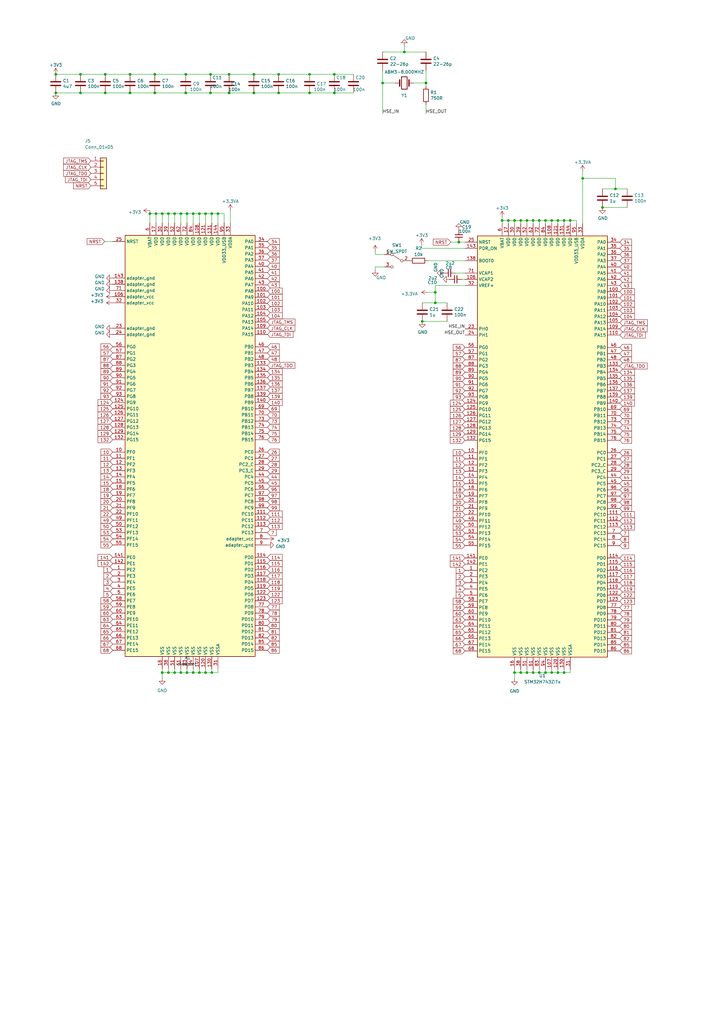
<source format=kicad_sch>
(kicad_sch (version 20210406) (generator eeschema)
  (paper "A3" portrait)
  (title_block (title "STM32H7 LQFP144") (date "2021-09-06") (rev "0.2") (company "Mnemonic Devices"))
  (junction (at 22.86 30.48) (diameter 0.9144))
  (junction (at 22.86 38.1) (diameter 0.9144))
  (junction (at 33.02 30.48) (diameter 0.9144))
  (junction (at 33.02 38.1) (diameter 0.9144))
  (junction (at 43.18 30.48) (diameter 0.9144))
  (junction (at 43.18 38.1) (diameter 0.9144))
  (junction (at 53.34 30.48) (diameter 0.9144))
  (junction (at 53.34 38.1) (diameter 0.9144))
  (junction (at 61.468 87.63) (diameter 0.9144))
  (junction (at 63.5 30.48) (diameter 0.9144))
  (junction (at 63.5 38.1) (diameter 0.9144))
  (junction (at 64.008 87.63) (diameter 0.9144))
  (junction (at 66.548 87.63) (diameter 0.9144))
  (junction (at 66.548 275.844) (diameter 0.9144))
  (junction (at 69.088 87.63) (diameter 0.9144))
  (junction (at 69.088 275.844) (diameter 0.9144))
  (junction (at 71.628 87.63) (diameter 0.9144))
  (junction (at 71.628 275.844) (diameter 0.9144))
  (junction (at 74.168 87.63) (diameter 0.9144))
  (junction (at 74.168 275.844) (diameter 0.9144))
  (junction (at 76.2 30.48) (diameter 0.9144))
  (junction (at 76.2 38.1) (diameter 0.9144))
  (junction (at 76.708 87.63) (diameter 0.9144))
  (junction (at 76.708 275.844) (diameter 0.9144))
  (junction (at 79.248 87.63) (diameter 0.9144))
  (junction (at 79.248 275.844) (diameter 0.9144))
  (junction (at 81.788 87.63) (diameter 0.9144))
  (junction (at 81.788 275.844) (diameter 0.9144))
  (junction (at 84.328 87.63) (diameter 0.9144))
  (junction (at 84.328 275.844) (diameter 0.9144))
  (junction (at 86.36 30.48) (diameter 0.9144))
  (junction (at 86.36 38.1) (diameter 0.9144))
  (junction (at 86.868 87.63) (diameter 0.9144))
  (junction (at 86.868 275.844) (diameter 0.9144))
  (junction (at 89.408 87.63) (diameter 0.9144))
  (junction (at 93.98 30.48) (diameter 0.9144))
  (junction (at 93.98 38.1) (diameter 0.9144))
  (junction (at 104.14 30.48) (diameter 0.9144))
  (junction (at 104.14 38.1) (diameter 0.9144))
  (junction (at 114.3 30.48) (diameter 0.9144))
  (junction (at 114.3 38.1) (diameter 0.9144))
  (junction (at 127 30.48) (diameter 0.9144))
  (junction (at 127 38.1) (diameter 0.9144))
  (junction (at 137.16 30.48) (diameter 0.9144))
  (junction (at 137.16 38.1) (diameter 0.9144))
  (junction (at 156.972 34.036) (diameter 0.9144))
  (junction (at 165.862 21.336) (diameter 0.9144))
  (junction (at 173.228 131.826) (diameter 0.9144))
  (junction (at 174.752 34.036) (diameter 0.9144))
  (junction (at 178.562 119.888) (diameter 0.9144))
  (junction (at 178.562 124.206) (diameter 0.9144))
  (junction (at 188.214 99.314) (diameter 0.9144))
  (junction (at 205.994 90.424) (diameter 0.9144))
  (junction (at 208.534 90.424) (diameter 0.9144))
  (junction (at 211.074 90.424) (diameter 0.9144))
  (junction (at 211.074 275.844) (diameter 0.9144))
  (junction (at 213.614 90.424) (diameter 0.9144))
  (junction (at 213.614 275.844) (diameter 0.9144))
  (junction (at 216.154 90.424) (diameter 0.9144))
  (junction (at 216.154 275.844) (diameter 0.9144))
  (junction (at 218.694 90.424) (diameter 0.9144))
  (junction (at 218.694 275.844) (diameter 0.9144))
  (junction (at 221.234 90.424) (diameter 0.9144))
  (junction (at 221.234 275.844) (diameter 0.9144))
  (junction (at 223.774 90.424) (diameter 0.9144))
  (junction (at 223.774 275.844) (diameter 0.9144))
  (junction (at 226.314 90.424) (diameter 0.9144))
  (junction (at 226.314 275.844) (diameter 0.9144))
  (junction (at 228.854 90.424) (diameter 0.9144))
  (junction (at 228.854 275.844) (diameter 0.9144))
  (junction (at 231.394 90.424) (diameter 0.9144))
  (junction (at 231.394 275.844) (diameter 0.9144))
  (junction (at 233.934 90.424) (diameter 0.9144))
  (junction (at 239.014 73.152) (diameter 0.9144))
  (junction (at 247.142 85.09) (diameter 0.9144))
  (junction (at 252.476 77.47) (diameter 0.9144))
  (wire (pts (xy 22.86 30.48) (xy 33.02 30.48)))
  (wire (pts (xy 22.86 38.1) (xy 33.02 38.1)))
  (wire (pts (xy 33.02 30.48) (xy 43.18 30.48)))
  (wire (pts (xy 33.02 38.1) (xy 43.18 38.1)))
  (wire (pts (xy 42.926 99.06) (xy 46.228 99.06)))
  (wire (pts (xy 43.18 30.48) (xy 53.34 30.48)))
  (wire (pts (xy 43.18 38.1) (xy 53.34 38.1)))
  (wire (pts (xy 53.34 30.48) (xy 63.5 30.48)))
  (wire (pts (xy 53.34 38.1) (xy 63.5 38.1)))
  (wire (pts (xy 61.468 86.36) (xy 61.468 87.63)))
  (wire (pts (xy 61.468 87.63) (xy 61.468 91.44)))
  (wire (pts (xy 61.468 87.63) (xy 64.008 87.63)))
  (wire (pts (xy 63.5 30.48) (xy 76.2 30.48)))
  (wire (pts (xy 63.5 38.1) (xy 76.2 38.1)))
  (wire (pts (xy 64.008 87.63) (xy 66.548 87.63)))
  (wire (pts (xy 64.008 91.44) (xy 64.008 87.63)))
  (wire (pts (xy 66.548 87.63) (xy 66.548 91.44)))
  (wire (pts (xy 66.548 87.63) (xy 69.088 87.63)))
  (wire (pts (xy 66.548 274.32) (xy 66.548 275.844)))
  (wire (pts (xy 66.548 275.844) (xy 66.548 278.13)))
  (wire (pts (xy 66.548 275.844) (xy 69.088 275.844)))
  (wire (pts (xy 69.088 87.63) (xy 69.088 91.44)))
  (wire (pts (xy 69.088 87.63) (xy 71.628 87.63)))
  (wire (pts (xy 69.088 274.32) (xy 69.088 275.844)))
  (wire (pts (xy 69.088 275.844) (xy 71.628 275.844)))
  (wire (pts (xy 71.628 87.63) (xy 74.168 87.63)))
  (wire (pts (xy 71.628 91.44) (xy 71.628 87.63)))
  (wire (pts (xy 71.628 274.32) (xy 71.628 275.844)))
  (wire (pts (xy 71.628 275.844) (xy 74.168 275.844)))
  (wire (pts (xy 74.168 87.63) (xy 74.168 91.44)))
  (wire (pts (xy 74.168 87.63) (xy 76.708 87.63)))
  (wire (pts (xy 74.168 274.32) (xy 74.168 275.844)))
  (wire (pts (xy 74.168 275.844) (xy 76.708 275.844)))
  (wire (pts (xy 76.2 30.48) (xy 86.36 30.48)))
  (wire (pts (xy 76.2 38.1) (xy 86.36 38.1)))
  (wire (pts (xy 76.708 87.63) (xy 76.708 91.44)))
  (wire (pts (xy 76.708 87.63) (xy 79.248 87.63)))
  (wire (pts (xy 76.708 274.32) (xy 76.708 275.844)))
  (wire (pts (xy 76.708 275.844) (xy 79.248 275.844)))
  (wire (pts (xy 79.248 87.63) (xy 79.248 91.44)))
  (wire (pts (xy 79.248 87.63) (xy 81.788 87.63)))
  (wire (pts (xy 79.248 274.32) (xy 79.248 275.844)))
  (wire (pts (xy 79.248 275.844) (xy 81.788 275.844)))
  (wire (pts (xy 81.788 87.63) (xy 81.788 91.44)))
  (wire (pts (xy 81.788 87.63) (xy 84.328 87.63)))
  (wire (pts (xy 81.788 274.32) (xy 81.788 275.844)))
  (wire (pts (xy 81.788 275.844) (xy 84.328 275.844)))
  (wire (pts (xy 84.328 87.63) (xy 84.328 91.44)))
  (wire (pts (xy 84.328 87.63) (xy 86.868 87.63)))
  (wire (pts (xy 84.328 274.32) (xy 84.328 275.844)))
  (wire (pts (xy 84.328 275.844) (xy 86.868 275.844)))
  (wire (pts (xy 86.36 30.48) (xy 93.98 30.48)))
  (wire (pts (xy 86.36 38.1) (xy 93.98 38.1)))
  (wire (pts (xy 86.868 87.63) (xy 86.868 91.44)))
  (wire (pts (xy 86.868 87.63) (xy 89.408 87.63)))
  (wire (pts (xy 86.868 274.32) (xy 86.868 275.844)))
  (wire (pts (xy 86.868 275.844) (xy 89.408 275.844)))
  (wire (pts (xy 89.408 87.63) (xy 89.408 91.44)))
  (wire (pts (xy 89.408 87.63) (xy 91.948 87.63)))
  (wire (pts (xy 89.408 274.32) (xy 89.408 275.844)))
  (wire (pts (xy 91.948 91.44) (xy 91.948 87.63)))
  (wire (pts (xy 93.98 30.48) (xy 104.14 30.48)))
  (wire (pts (xy 93.98 38.1) (xy 104.14 38.1)))
  (wire (pts (xy 94.488 86.36) (xy 94.488 91.44)))
  (wire (pts (xy 104.14 30.48) (xy 114.3 30.48)))
  (wire (pts (xy 104.14 38.1) (xy 114.3 38.1)))
  (wire (pts (xy 114.3 30.48) (xy 127 30.48)))
  (wire (pts (xy 114.3 38.1) (xy 127 38.1)))
  (wire (pts (xy 127 30.48) (xy 137.16 30.48)))
  (wire (pts (xy 127 38.1) (xy 137.16 38.1)))
  (wire (pts (xy 137.16 30.48) (xy 145.034 30.48)))
  (wire (pts (xy 137.16 38.1) (xy 145.034 38.1)))
  (wire (pts (xy 153.924 104.394) (xy 153.924 103.124)))
  (wire (pts (xy 153.924 109.474) (xy 153.924 110.744)))
  (wire (pts (xy 156.972 21.336) (xy 165.862 21.336)))
  (wire (pts (xy 156.972 28.956) (xy 156.972 34.036)))
  (wire (pts (xy 156.972 34.036) (xy 162.052 34.036)))
  (wire (pts (xy 156.972 46.736) (xy 156.972 34.036)))
  (wire (pts (xy 157.734 104.394) (xy 153.924 104.394)))
  (wire (pts (xy 157.734 109.474) (xy 153.924 109.474)))
  (wire (pts (xy 165.862 18.796) (xy 165.862 21.336)))
  (wire (pts (xy 165.862 21.336) (xy 174.752 21.336)))
  (wire (pts (xy 169.672 34.036) (xy 174.752 34.036)))
  (wire (pts (xy 172.974 100.33) (xy 172.974 101.854)))
  (wire (pts (xy 172.974 101.854) (xy 190.754 101.854)))
  (wire (pts (xy 173.228 124.206) (xy 178.562 124.206)))
  (wire (pts (xy 173.228 131.826) (xy 183.388 131.826)))
  (wire (pts (xy 174.752 34.036) (xy 174.752 28.956)))
  (wire (pts (xy 174.752 34.036) (xy 174.752 35.306)))
  (wire (pts (xy 174.752 42.926) (xy 174.752 46.736)))
  (wire (pts (xy 175.514 106.934) (xy 190.754 106.934)))
  (wire (pts (xy 175.514 119.888) (xy 178.562 119.888)))
  (wire (pts (xy 178.562 117.094) (xy 178.562 119.888)))
  (wire (pts (xy 178.562 117.094) (xy 190.754 117.094)))
  (wire (pts (xy 178.562 119.888) (xy 178.562 124.206)))
  (wire (pts (xy 178.562 124.206) (xy 183.388 124.206)))
  (wire (pts (xy 184.912 99.314) (xy 188.214 99.314)))
  (wire (pts (xy 186.944 112.014) (xy 190.754 112.014)))
  (wire (pts (xy 188.214 99.314) (xy 190.754 99.314)))
  (wire (pts (xy 189.484 114.554) (xy 190.754 114.554)))
  (wire (pts (xy 205.994 89.154) (xy 205.994 90.424)))
  (wire (pts (xy 205.994 90.424) (xy 205.994 91.694)))
  (wire (pts (xy 205.994 90.424) (xy 208.534 90.424)))
  (wire (pts (xy 208.534 90.424) (xy 208.534 91.694)))
  (wire (pts (xy 208.534 90.424) (xy 211.074 90.424)))
  (wire (pts (xy 211.074 90.424) (xy 211.074 91.694)))
  (wire (pts (xy 211.074 90.424) (xy 213.614 90.424)))
  (wire (pts (xy 211.074 274.574) (xy 211.074 275.844)))
  (wire (pts (xy 211.074 275.844) (xy 211.074 278.384)))
  (wire (pts (xy 211.074 275.844) (xy 213.614 275.844)))
  (wire (pts (xy 213.614 90.424) (xy 213.614 91.694)))
  (wire (pts (xy 213.614 90.424) (xy 216.154 90.424)))
  (wire (pts (xy 213.614 275.844) (xy 213.614 274.574)))
  (wire (pts (xy 213.614 275.844) (xy 216.154 275.844)))
  (wire (pts (xy 216.154 90.424) (xy 216.154 91.694)))
  (wire (pts (xy 216.154 90.424) (xy 218.694 90.424)))
  (wire (pts (xy 216.154 275.844) (xy 216.154 274.574)))
  (wire (pts (xy 216.154 275.844) (xy 218.694 275.844)))
  (wire (pts (xy 218.694 90.424) (xy 218.694 91.694)))
  (wire (pts (xy 218.694 90.424) (xy 221.234 90.424)))
  (wire (pts (xy 218.694 275.844) (xy 218.694 274.574)))
  (wire (pts (xy 218.694 275.844) (xy 221.234 275.844)))
  (wire (pts (xy 221.234 90.424) (xy 221.234 91.694)))
  (wire (pts (xy 221.234 275.844) (xy 221.234 274.574)))
  (wire (pts (xy 221.234 275.844) (xy 223.774 275.844)))
  (wire (pts (xy 223.774 90.424) (xy 221.234 90.424)))
  (wire (pts (xy 223.774 90.424) (xy 226.314 90.424)))
  (wire (pts (xy 223.774 91.694) (xy 223.774 90.424)))
  (wire (pts (xy 223.774 275.844) (xy 223.774 274.574)))
  (wire (pts (xy 223.774 275.844) (xy 226.314 275.844)))
  (wire (pts (xy 226.314 90.424) (xy 226.314 91.694)))
  (wire (pts (xy 226.314 90.424) (xy 228.854 90.424)))
  (wire (pts (xy 226.314 275.844) (xy 226.314 274.574)))
  (wire (pts (xy 226.314 275.844) (xy 228.854 275.844)))
  (wire (pts (xy 228.854 90.424) (xy 228.854 91.694)))
  (wire (pts (xy 228.854 90.424) (xy 231.394 90.424)))
  (wire (pts (xy 228.854 275.844) (xy 228.854 274.574)))
  (wire (pts (xy 228.854 275.844) (xy 231.394 275.844)))
  (wire (pts (xy 231.394 90.424) (xy 231.394 91.694)))
  (wire (pts (xy 231.394 90.424) (xy 233.934 90.424)))
  (wire (pts (xy 231.394 275.844) (xy 231.394 274.574)))
  (wire (pts (xy 231.394 275.844) (xy 233.934 275.844)))
  (wire (pts (xy 233.934 90.424) (xy 233.934 91.694)))
  (wire (pts (xy 233.934 90.424) (xy 236.474 90.424)))
  (wire (pts (xy 233.934 275.844) (xy 233.934 274.574)))
  (wire (pts (xy 236.474 90.424) (xy 236.474 91.694)))
  (wire (pts (xy 239.014 70.358) (xy 239.014 73.152)))
  (wire (pts (xy 239.014 73.152) (xy 239.014 91.694)))
  (wire (pts (xy 239.014 73.152) (xy 252.476 73.152)))
  (wire (pts (xy 247.142 77.47) (xy 252.476 77.47)))
  (wire (pts (xy 247.142 85.09) (xy 257.302 85.09)))
  (wire (pts (xy 252.476 73.152) (xy 252.476 77.47)))
  (wire (pts (xy 252.476 77.47) (xy 257.302 77.47)))
  (label "HSE_IN" (at 156.972 46.736 0))
  (label "HSE_OUT" (at 174.752 46.736 0))
  (label "HSE_IN" (at 190.754 134.874 180))
  (label "HSE_OUT" (at 190.754 137.414 180))
  (global_label "JTAG_TMS" (shape input) (at 37.338 66.04 180) (property "Intersheet References" "${INTERSHEET_REFS}" (effects hide)))
  (global_label "JTAG_CLK" (shape input) (at 37.338 68.58 180) (property "Intersheet References" "${INTERSHEET_REFS}" (effects hide)))
  (global_label "JTAG_TDO" (shape input) (at 37.338 71.12 180) (property "Intersheet References" "${INTERSHEET_REFS}" (effects hide)))
  (global_label "JTAG_TDI" (shape input) (at 37.338 73.66 180) (property "Intersheet References" "${INTERSHEET_REFS}" (effects hide)))
  (global_label "NRST" (shape input) (at 37.338 76.2 180) (property "Intersheet References" "${INTERSHEET_REFS}" (effects hide)))
  (global_label "NRST" (shape input) (at 42.926 99.06 180) (property "Intersheet References" "${INTERSHEET_REFS}" (effects hide)))
  (global_label "56" (shape input) (at 46.228 142.24 180) (property "Intersheet References" "${INTERSHEET_REFS}" (effects hide)))
  (global_label "57" (shape input) (at 46.228 144.78 180) (property "Intersheet References" "${INTERSHEET_REFS}" (effects hide)))
  (global_label "87" (shape input) (at 46.228 147.32 180) (property "Intersheet References" "${INTERSHEET_REFS}" (effects hide)))
  (global_label "88" (shape input) (at 46.228 149.86 180) (property "Intersheet References" "${INTERSHEET_REFS}" (effects hide)))
  (global_label "89" (shape input) (at 46.228 152.4 180) (property "Intersheet References" "${INTERSHEET_REFS}" (effects hide)))
  (global_label "90" (shape input) (at 46.228 154.94 180) (property "Intersheet References" "${INTERSHEET_REFS}" (effects hide)))
  (global_label "91" (shape input) (at 46.228 157.48 180) (property "Intersheet References" "${INTERSHEET_REFS}" (effects hide)))
  (global_label "92" (shape input) (at 46.228 160.02 180) (property "Intersheet References" "${INTERSHEET_REFS}" (effects hide)))
  (global_label "93" (shape input) (at 46.228 162.56 180) (property "Intersheet References" "${INTERSHEET_REFS}" (effects hide)))
  (global_label "124" (shape input) (at 46.228 165.1 180) (property "Intersheet References" "${INTERSHEET_REFS}" (effects hide)))
  (global_label "125" (shape input) (at 46.228 167.64 180) (property "Intersheet References" "${INTERSHEET_REFS}" (effects hide)))
  (global_label "126" (shape input) (at 46.228 170.18 180) (property "Intersheet References" "${INTERSHEET_REFS}" (effects hide)))
  (global_label "127" (shape input) (at 46.228 172.72 180) (property "Intersheet References" "${INTERSHEET_REFS}" (effects hide)))
  (global_label "128" (shape input) (at 46.228 175.26 180) (property "Intersheet References" "${INTERSHEET_REFS}" (effects hide)))
  (global_label "129" (shape input) (at 46.228 177.8 180) (property "Intersheet References" "${INTERSHEET_REFS}" (effects hide)))
  (global_label "132" (shape input) (at 46.228 180.34 180) (property "Intersheet References" "${INTERSHEET_REFS}" (effects hide)))
  (global_label "10" (shape input) (at 46.228 185.42 180) (property "Intersheet References" "${INTERSHEET_REFS}" (effects hide)))
  (global_label "11" (shape input) (at 46.228 187.96 180) (property "Intersheet References" "${INTERSHEET_REFS}" (effects hide)))
  (global_label "12" (shape input) (at 46.228 190.5 180) (property "Intersheet References" "${INTERSHEET_REFS}" (effects hide)))
  (global_label "13" (shape input) (at 46.228 193.04 180) (property "Intersheet References" "${INTERSHEET_REFS}" (effects hide)))
  (global_label "14" (shape input) (at 46.228 195.58 180) (property "Intersheet References" "${INTERSHEET_REFS}" (effects hide)))
  (global_label "15" (shape input) (at 46.228 198.12 180) (property "Intersheet References" "${INTERSHEET_REFS}" (effects hide)))
  (global_label "18" (shape input) (at 46.228 200.66 180) (property "Intersheet References" "${INTERSHEET_REFS}" (effects hide)))
  (global_label "19" (shape input) (at 46.228 203.2 180) (property "Intersheet References" "${INTERSHEET_REFS}" (effects hide)))
  (global_label "20" (shape input) (at 46.228 205.74 180) (property "Intersheet References" "${INTERSHEET_REFS}" (effects hide)))
  (global_label "21" (shape input) (at 46.228 208.28 180) (property "Intersheet References" "${INTERSHEET_REFS}" (effects hide)))
  (global_label "22" (shape input) (at 46.228 210.82 180) (property "Intersheet References" "${INTERSHEET_REFS}" (effects hide)))
  (global_label "49" (shape input) (at 46.228 213.36 180) (property "Intersheet References" "${INTERSHEET_REFS}" (effects hide)))
  (global_label "50" (shape input) (at 46.228 215.9 180) (property "Intersheet References" "${INTERSHEET_REFS}" (effects hide)))
  (global_label "53" (shape input) (at 46.228 218.44 180) (property "Intersheet References" "${INTERSHEET_REFS}" (effects hide)))
  (global_label "54" (shape input) (at 46.228 220.98 180) (property "Intersheet References" "${INTERSHEET_REFS}" (effects hide)))
  (global_label "55" (shape input) (at 46.228 223.52 180) (property "Intersheet References" "${INTERSHEET_REFS}" (effects hide)))
  (global_label "141" (shape input) (at 46.228 228.6 180) (property "Intersheet References" "${INTERSHEET_REFS}" (effects hide)))
  (global_label "142" (shape input) (at 46.228 231.14 180) (property "Intersheet References" "${INTERSHEET_REFS}" (effects hide)))
  (global_label "1" (shape input) (at 46.228 233.68 180) (property "Intersheet References" "${INTERSHEET_REFS}" (effects hide)))
  (global_label "2" (shape input) (at 46.228 236.22 180) (property "Intersheet References" "${INTERSHEET_REFS}" (effects hide)))
  (global_label "3" (shape input) (at 46.228 238.76 180) (property "Intersheet References" "${INTERSHEET_REFS}" (effects hide)))
  (global_label "4" (shape input) (at 46.228 241.3 180) (property "Intersheet References" "${INTERSHEET_REFS}" (effects hide)))
  (global_label "5" (shape input) (at 46.228 243.84 180) (property "Intersheet References" "${INTERSHEET_REFS}" (effects hide)))
  (global_label "58" (shape input) (at 46.228 246.38 180) (property "Intersheet References" "${INTERSHEET_REFS}" (effects hide)))
  (global_label "59" (shape input) (at 46.228 248.92 180) (property "Intersheet References" "${INTERSHEET_REFS}" (effects hide)))
  (global_label "60" (shape input) (at 46.228 251.46 180) (property "Intersheet References" "${INTERSHEET_REFS}" (effects hide)))
  (global_label "63" (shape input) (at 46.228 254 180) (property "Intersheet References" "${INTERSHEET_REFS}" (effects hide)))
  (global_label "64" (shape input) (at 46.228 256.54 180) (property "Intersheet References" "${INTERSHEET_REFS}" (effects hide)))
  (global_label "65" (shape input) (at 46.228 259.08 180) (property "Intersheet References" "${INTERSHEET_REFS}" (effects hide)))
  (global_label "66" (shape input) (at 46.228 261.62 180) (property "Intersheet References" "${INTERSHEET_REFS}" (effects hide)))
  (global_label "67" (shape input) (at 46.228 264.16 180) (property "Intersheet References" "${INTERSHEET_REFS}" (effects hide)))
  (global_label "68" (shape input) (at 46.228 266.7 180) (property "Intersheet References" "${INTERSHEET_REFS}" (effects hide)))
  (global_label "34" (shape input) (at 109.728 99.06 0) (property "Intersheet References" "${INTERSHEET_REFS}" (effects hide)))
  (global_label "35" (shape input) (at 109.728 101.6 0) (property "Intersheet References" "${INTERSHEET_REFS}" (effects hide)))
  (global_label "36" (shape input) (at 109.728 104.14 0) (property "Intersheet References" "${INTERSHEET_REFS}" (effects hide)))
  (global_label "37" (shape input) (at 109.728 106.68 0) (property "Intersheet References" "${INTERSHEET_REFS}" (effects hide)))
  (global_label "40" (shape input) (at 109.728 109.22 0) (property "Intersheet References" "${INTERSHEET_REFS}" (effects hide)))
  (global_label "41" (shape input) (at 109.728 111.76 0) (property "Intersheet References" "${INTERSHEET_REFS}" (effects hide)))
  (global_label "42" (shape input) (at 109.728 114.3 0) (property "Intersheet References" "${INTERSHEET_REFS}" (effects hide)))
  (global_label "43" (shape input) (at 109.728 116.84 0) (property "Intersheet References" "${INTERSHEET_REFS}" (effects hide)))
  (global_label "100" (shape input) (at 109.728 119.38 0) (property "Intersheet References" "${INTERSHEET_REFS}" (effects hide)))
  (global_label "101" (shape input) (at 109.728 121.92 0) (property "Intersheet References" "${INTERSHEET_REFS}" (effects hide)))
  (global_label "102" (shape input) (at 109.728 124.46 0) (property "Intersheet References" "${INTERSHEET_REFS}" (effects hide)))
  (global_label "103" (shape input) (at 109.728 127 0) (property "Intersheet References" "${INTERSHEET_REFS}" (effects hide)))
  (global_label "104" (shape input) (at 109.728 129.54 0) (property "Intersheet References" "${INTERSHEET_REFS}" (effects hide)))
  (global_label "JTAG_TMS" (shape input) (at 109.728 132.08 0) (property "Intersheet References" "${INTERSHEET_REFS}" (effects hide)))
  (global_label "JTAG_CLK" (shape input) (at 109.728 134.62 0) (property "Intersheet References" "${INTERSHEET_REFS}" (effects hide)))
  (global_label "JTAG_TDI" (shape input) (at 109.728 137.16 0) (property "Intersheet References" "${INTERSHEET_REFS}" (effects hide)))
  (global_label "46" (shape input) (at 109.728 142.24 0) (property "Intersheet References" "${INTERSHEET_REFS}" (effects hide)))
  (global_label "47" (shape input) (at 109.728 144.78 0) (property "Intersheet References" "${INTERSHEET_REFS}" (effects hide)))
  (global_label "48" (shape input) (at 109.728 147.32 0) (property "Intersheet References" "${INTERSHEET_REFS}" (effects hide)))
  (global_label "JTAG_TDO" (shape input) (at 109.728 149.86 0) (property "Intersheet References" "${INTERSHEET_REFS}" (effects hide)))
  (global_label "134" (shape input) (at 109.728 152.4 0) (property "Intersheet References" "${INTERSHEET_REFS}" (effects hide)))
  (global_label "135" (shape input) (at 109.728 154.94 0) (property "Intersheet References" "${INTERSHEET_REFS}" (effects hide)))
  (global_label "136" (shape input) (at 109.728 157.48 0) (property "Intersheet References" "${INTERSHEET_REFS}" (effects hide)))
  (global_label "137" (shape input) (at 109.728 160.02 0) (property "Intersheet References" "${INTERSHEET_REFS}" (effects hide)))
  (global_label "139" (shape input) (at 109.728 162.56 0) (property "Intersheet References" "${INTERSHEET_REFS}" (effects hide)))
  (global_label "140" (shape input) (at 109.728 165.1 0) (property "Intersheet References" "${INTERSHEET_REFS}" (effects hide)))
  (global_label "69" (shape input) (at 109.728 167.64 0) (property "Intersheet References" "${INTERSHEET_REFS}" (effects hide)))
  (global_label "70" (shape input) (at 109.728 170.18 0) (property "Intersheet References" "${INTERSHEET_REFS}" (effects hide)))
  (global_label "73" (shape input) (at 109.728 172.72 0) (property "Intersheet References" "${INTERSHEET_REFS}" (effects hide)))
  (global_label "74" (shape input) (at 109.728 175.26 0) (property "Intersheet References" "${INTERSHEET_REFS}" (effects hide)))
  (global_label "75" (shape input) (at 109.728 177.8 0) (property "Intersheet References" "${INTERSHEET_REFS}" (effects hide)))
  (global_label "76" (shape input) (at 109.728 180.34 0) (property "Intersheet References" "${INTERSHEET_REFS}" (effects hide)))
  (global_label "26" (shape input) (at 109.728 185.42 0) (property "Intersheet References" "${INTERSHEET_REFS}" (effects hide)))
  (global_label "27" (shape input) (at 109.728 187.96 0) (property "Intersheet References" "${INTERSHEET_REFS}" (effects hide)))
  (global_label "28" (shape input) (at 109.728 190.5 0) (property "Intersheet References" "${INTERSHEET_REFS}" (effects hide)))
  (global_label "29" (shape input) (at 109.728 193.04 0) (property "Intersheet References" "${INTERSHEET_REFS}" (effects hide)))
  (global_label "44" (shape input) (at 109.728 195.58 0) (property "Intersheet References" "${INTERSHEET_REFS}" (effects hide)))
  (global_label "45" (shape input) (at 109.728 198.12 0) (property "Intersheet References" "${INTERSHEET_REFS}" (effects hide)))
  (global_label "96" (shape input) (at 109.728 200.66 0) (property "Intersheet References" "${INTERSHEET_REFS}" (effects hide)))
  (global_label "97" (shape input) (at 109.728 203.2 0) (property "Intersheet References" "${INTERSHEET_REFS}" (effects hide)))
  (global_label "98" (shape input) (at 109.728 205.74 0) (property "Intersheet References" "${INTERSHEET_REFS}" (effects hide)))
  (global_label "99" (shape input) (at 109.728 208.28 0) (property "Intersheet References" "${INTERSHEET_REFS}" (effects hide)))
  (global_label "111" (shape input) (at 109.728 210.82 0) (property "Intersheet References" "${INTERSHEET_REFS}" (effects hide)))
  (global_label "112" (shape input) (at 109.728 213.36 0) (property "Intersheet References" "${INTERSHEET_REFS}" (effects hide)))
  (global_label "113" (shape input) (at 109.728 215.9 0) (property "Intersheet References" "${INTERSHEET_REFS}" (effects hide)))
  (global_label "7" (shape input) (at 109.728 218.44 0) (property "Intersheet References" "${INTERSHEET_REFS}" (effects hide)))
  (global_label "114" (shape input) (at 109.728 228.6 0) (property "Intersheet References" "${INTERSHEET_REFS}" (effects hide)))
  (global_label "115" (shape input) (at 109.728 231.14 0) (property "Intersheet References" "${INTERSHEET_REFS}" (effects hide)))
  (global_label "116" (shape input) (at 109.728 233.68 0) (property "Intersheet References" "${INTERSHEET_REFS}" (effects hide)))
  (global_label "117" (shape input) (at 109.728 236.22 0) (property "Intersheet References" "${INTERSHEET_REFS}" (effects hide)))
  (global_label "118" (shape input) (at 109.728 238.76 0) (property "Intersheet References" "${INTERSHEET_REFS}" (effects hide)))
  (global_label "119" (shape input) (at 109.728 241.3 0) (property "Intersheet References" "${INTERSHEET_REFS}" (effects hide)))
  (global_label "122" (shape input) (at 109.728 243.84 0) (property "Intersheet References" "${INTERSHEET_REFS}" (effects hide)))
  (global_label "123" (shape input) (at 109.728 246.38 0) (property "Intersheet References" "${INTERSHEET_REFS}" (effects hide)))
  (global_label "77" (shape input) (at 109.728 248.92 0) (property "Intersheet References" "${INTERSHEET_REFS}" (effects hide)))
  (global_label "78" (shape input) (at 109.728 251.46 0) (property "Intersheet References" "${INTERSHEET_REFS}" (effects hide)))
  (global_label "79" (shape input) (at 109.728 254 0) (property "Intersheet References" "${INTERSHEET_REFS}" (effects hide)))
  (global_label "80" (shape input) (at 109.728 256.54 0) (property "Intersheet References" "${INTERSHEET_REFS}" (effects hide)))
  (global_label "81" (shape input) (at 109.728 259.08 0) (property "Intersheet References" "${INTERSHEET_REFS}" (effects hide)))
  (global_label "82" (shape input) (at 109.728 261.62 0) (property "Intersheet References" "${INTERSHEET_REFS}" (effects hide)))
  (global_label "85" (shape input) (at 109.728 264.16 0) (property "Intersheet References" "${INTERSHEET_REFS}" (effects hide)))
  (global_label "86" (shape input) (at 109.728 266.7 0) (property "Intersheet References" "${INTERSHEET_REFS}" (effects hide)))
  (global_label "NRST" (shape input) (at 184.912 99.314 180) (property "Intersheet References" "${INTERSHEET_REFS}" (effects hide)))
  (global_label "56" (shape input) (at 190.754 142.494 180) (property "Intersheet References" "${INTERSHEET_REFS}" (effects hide)))
  (global_label "57" (shape input) (at 190.754 145.034 180) (property "Intersheet References" "${INTERSHEET_REFS}" (effects hide)))
  (global_label "87" (shape input) (at 190.754 147.574 180) (property "Intersheet References" "${INTERSHEET_REFS}" (effects hide)))
  (global_label "88" (shape input) (at 190.754 150.114 180) (property "Intersheet References" "${INTERSHEET_REFS}" (effects hide)))
  (global_label "89" (shape input) (at 190.754 152.654 180) (property "Intersheet References" "${INTERSHEET_REFS}" (effects hide)))
  (global_label "90" (shape input) (at 190.754 155.194 180) (property "Intersheet References" "${INTERSHEET_REFS}" (effects hide)))
  (global_label "91" (shape input) (at 190.754 157.734 180) (property "Intersheet References" "${INTERSHEET_REFS}" (effects hide)))
  (global_label "92" (shape input) (at 190.754 160.274 180) (property "Intersheet References" "${INTERSHEET_REFS}" (effects hide)))
  (global_label "93" (shape input) (at 190.754 162.814 180) (property "Intersheet References" "${INTERSHEET_REFS}" (effects hide)))
  (global_label "124" (shape input) (at 190.754 165.354 180) (property "Intersheet References" "${INTERSHEET_REFS}" (effects hide)))
  (global_label "125" (shape input) (at 190.754 167.894 180) (property "Intersheet References" "${INTERSHEET_REFS}" (effects hide)))
  (global_label "126" (shape input) (at 190.754 170.434 180) (property "Intersheet References" "${INTERSHEET_REFS}" (effects hide)))
  (global_label "127" (shape input) (at 190.754 172.974 180) (property "Intersheet References" "${INTERSHEET_REFS}" (effects hide)))
  (global_label "128" (shape input) (at 190.754 175.514 180) (property "Intersheet References" "${INTERSHEET_REFS}" (effects hide)))
  (global_label "129" (shape input) (at 190.754 178.054 180) (property "Intersheet References" "${INTERSHEET_REFS}" (effects hide)))
  (global_label "132" (shape input) (at 190.754 180.594 180) (property "Intersheet References" "${INTERSHEET_REFS}" (effects hide)))
  (global_label "10" (shape input) (at 190.754 185.674 180) (property "Intersheet References" "${INTERSHEET_REFS}" (effects hide)))
  (global_label "11" (shape input) (at 190.754 188.214 180) (property "Intersheet References" "${INTERSHEET_REFS}" (effects hide)))
  (global_label "12" (shape input) (at 190.754 190.754 180) (property "Intersheet References" "${INTERSHEET_REFS}" (effects hide)))
  (global_label "13" (shape input) (at 190.754 193.294 180) (property "Intersheet References" "${INTERSHEET_REFS}" (effects hide)))
  (global_label "14" (shape input) (at 190.754 195.834 180) (property "Intersheet References" "${INTERSHEET_REFS}" (effects hide)))
  (global_label "15" (shape input) (at 190.754 198.374 180) (property "Intersheet References" "${INTERSHEET_REFS}" (effects hide)))
  (global_label "18" (shape input) (at 190.754 200.914 180) (property "Intersheet References" "${INTERSHEET_REFS}" (effects hide)))
  (global_label "19" (shape input) (at 190.754 203.454 180) (property "Intersheet References" "${INTERSHEET_REFS}" (effects hide)))
  (global_label "20" (shape input) (at 190.754 205.994 180) (property "Intersheet References" "${INTERSHEET_REFS}" (effects hide)))
  (global_label "21" (shape input) (at 190.754 208.534 180) (property "Intersheet References" "${INTERSHEET_REFS}" (effects hide)))
  (global_label "22" (shape input) (at 190.754 211.074 180) (property "Intersheet References" "${INTERSHEET_REFS}" (effects hide)))
  (global_label "49" (shape input) (at 190.754 213.614 180) (property "Intersheet References" "${INTERSHEET_REFS}" (effects hide)))
  (global_label "50" (shape input) (at 190.754 216.154 180) (property "Intersheet References" "${INTERSHEET_REFS}" (effects hide)))
  (global_label "53" (shape input) (at 190.754 218.694 180) (property "Intersheet References" "${INTERSHEET_REFS}" (effects hide)))
  (global_label "54" (shape input) (at 190.754 221.234 180) (property "Intersheet References" "${INTERSHEET_REFS}" (effects hide)))
  (global_label "55" (shape input) (at 190.754 223.774 180) (property "Intersheet References" "${INTERSHEET_REFS}" (effects hide)))
  (global_label "141" (shape input) (at 190.754 228.854 180) (property "Intersheet References" "${INTERSHEET_REFS}" (effects hide)))
  (global_label "142" (shape input) (at 190.754 231.394 180) (property "Intersheet References" "${INTERSHEET_REFS}" (effects hide)))
  (global_label "1" (shape input) (at 190.754 233.934 180) (property "Intersheet References" "${INTERSHEET_REFS}" (effects hide)))
  (global_label "2" (shape input) (at 190.754 236.474 180) (property "Intersheet References" "${INTERSHEET_REFS}" (effects hide)))
  (global_label "3" (shape input) (at 190.754 239.014 180) (property "Intersheet References" "${INTERSHEET_REFS}" (effects hide)))
  (global_label "4" (shape input) (at 190.754 241.554 180) (property "Intersheet References" "${INTERSHEET_REFS}" (effects hide)))
  (global_label "5" (shape input) (at 190.754 244.094 180) (property "Intersheet References" "${INTERSHEET_REFS}" (effects hide)))
  (global_label "58" (shape input) (at 190.754 246.634 180) (property "Intersheet References" "${INTERSHEET_REFS}" (effects hide)))
  (global_label "59" (shape input) (at 190.754 249.174 180) (property "Intersheet References" "${INTERSHEET_REFS}" (effects hide)))
  (global_label "60" (shape input) (at 190.754 251.714 180) (property "Intersheet References" "${INTERSHEET_REFS}" (effects hide)))
  (global_label "63" (shape input) (at 190.754 254.254 180) (property "Intersheet References" "${INTERSHEET_REFS}" (effects hide)))
  (global_label "64" (shape input) (at 190.754 256.794 180) (property "Intersheet References" "${INTERSHEET_REFS}" (effects hide)))
  (global_label "65" (shape input) (at 190.754 259.334 180) (property "Intersheet References" "${INTERSHEET_REFS}" (effects hide)))
  (global_label "66" (shape input) (at 190.754 261.874 180) (property "Intersheet References" "${INTERSHEET_REFS}" (effects hide)))
  (global_label "67" (shape input) (at 190.754 264.414 180) (property "Intersheet References" "${INTERSHEET_REFS}" (effects hide)))
  (global_label "68" (shape input) (at 190.754 266.954 180) (property "Intersheet References" "${INTERSHEET_REFS}" (effects hide)))
  (global_label "34" (shape input) (at 254.254 99.314 0) (property "Intersheet References" "${INTERSHEET_REFS}" (effects hide)))
  (global_label "35" (shape input) (at 254.254 101.854 0) (property "Intersheet References" "${INTERSHEET_REFS}" (effects hide)))
  (global_label "36" (shape input) (at 254.254 104.394 0) (property "Intersheet References" "${INTERSHEET_REFS}" (effects hide)))
  (global_label "37" (shape input) (at 254.254 106.934 0) (property "Intersheet References" "${INTERSHEET_REFS}" (effects hide)))
  (global_label "40" (shape input) (at 254.254 109.474 0) (property "Intersheet References" "${INTERSHEET_REFS}" (effects hide)))
  (global_label "41" (shape input) (at 254.254 112.014 0) (property "Intersheet References" "${INTERSHEET_REFS}" (effects hide)))
  (global_label "42" (shape input) (at 254.254 114.554 0) (property "Intersheet References" "${INTERSHEET_REFS}" (effects hide)))
  (global_label "43" (shape input) (at 254.254 117.094 0) (property "Intersheet References" "${INTERSHEET_REFS}" (effects hide)))
  (global_label "100" (shape input) (at 254.254 119.634 0) (property "Intersheet References" "${INTERSHEET_REFS}" (effects hide)))
  (global_label "101" (shape input) (at 254.254 122.174 0) (property "Intersheet References" "${INTERSHEET_REFS}" (effects hide)))
  (global_label "102" (shape input) (at 254.254 124.714 0) (property "Intersheet References" "${INTERSHEET_REFS}" (effects hide)))
  (global_label "103" (shape input) (at 254.254 127.254 0) (property "Intersheet References" "${INTERSHEET_REFS}" (effects hide)))
  (global_label "104" (shape input) (at 254.254 129.794 0) (property "Intersheet References" "${INTERSHEET_REFS}" (effects hide)))
  (global_label "JTAG_TMS" (shape input) (at 254.254 132.334 0) (property "Intersheet References" "${INTERSHEET_REFS}" (effects hide)))
  (global_label "JTAG_CLK" (shape input) (at 254.254 134.874 0) (property "Intersheet References" "${INTERSHEET_REFS}" (effects hide)))
  (global_label "JTAG_TDI" (shape input) (at 254.254 137.414 0) (property "Intersheet References" "${INTERSHEET_REFS}" (effects hide)))
  (global_label "46" (shape input) (at 254.254 142.494 0) (property "Intersheet References" "${INTERSHEET_REFS}" (effects hide)))
  (global_label "47" (shape input) (at 254.254 145.034 0) (property "Intersheet References" "${INTERSHEET_REFS}" (effects hide)))
  (global_label "48" (shape input) (at 254.254 147.574 0) (property "Intersheet References" "${INTERSHEET_REFS}" (effects hide)))
  (global_label "JTAG_TDO" (shape input) (at 254.254 150.114 0) (property "Intersheet References" "${INTERSHEET_REFS}" (effects hide)))
  (global_label "134" (shape input) (at 254.254 152.654 0) (property "Intersheet References" "${INTERSHEET_REFS}" (effects hide)))
  (global_label "135" (shape input) (at 254.254 155.194 0) (property "Intersheet References" "${INTERSHEET_REFS}" (effects hide)))
  (global_label "136" (shape input) (at 254.254 157.734 0) (property "Intersheet References" "${INTERSHEET_REFS}" (effects hide)))
  (global_label "137" (shape input) (at 254.254 160.274 0) (property "Intersheet References" "${INTERSHEET_REFS}" (effects hide)))
  (global_label "139" (shape input) (at 254.254 162.814 0) (property "Intersheet References" "${INTERSHEET_REFS}" (effects hide)))
  (global_label "140" (shape input) (at 254.254 165.354 0) (property "Intersheet References" "${INTERSHEET_REFS}" (effects hide)))
  (global_label "69" (shape input) (at 254.254 167.894 0) (property "Intersheet References" "${INTERSHEET_REFS}" (effects hide)))
  (global_label "70" (shape input) (at 254.254 170.434 0) (property "Intersheet References" "${INTERSHEET_REFS}" (effects hide)))
  (global_label "73" (shape input) (at 254.254 172.974 0) (property "Intersheet References" "${INTERSHEET_REFS}" (effects hide)))
  (global_label "74" (shape input) (at 254.254 175.514 0) (property "Intersheet References" "${INTERSHEET_REFS}" (effects hide)))
  (global_label "75" (shape input) (at 254.254 178.054 0) (property "Intersheet References" "${INTERSHEET_REFS}" (effects hide)))
  (global_label "76" (shape input) (at 254.254 180.594 0) (property "Intersheet References" "${INTERSHEET_REFS}" (effects hide)))
  (global_label "26" (shape input) (at 254.254 185.674 0) (property "Intersheet References" "${INTERSHEET_REFS}" (effects hide)))
  (global_label "27" (shape input) (at 254.254 188.214 0) (property "Intersheet References" "${INTERSHEET_REFS}" (effects hide)))
  (global_label "28" (shape input) (at 254.254 190.754 0) (property "Intersheet References" "${INTERSHEET_REFS}" (effects hide)))
  (global_label "29" (shape input) (at 254.254 193.294 0) (property "Intersheet References" "${INTERSHEET_REFS}" (effects hide)))
  (global_label "44" (shape input) (at 254.254 195.834 0) (property "Intersheet References" "${INTERSHEET_REFS}" (effects hide)))
  (global_label "45" (shape input) (at 254.254 198.374 0) (property "Intersheet References" "${INTERSHEET_REFS}" (effects hide)))
  (global_label "96" (shape input) (at 254.254 200.914 0) (property "Intersheet References" "${INTERSHEET_REFS}" (effects hide)))
  (global_label "97" (shape input) (at 254.254 203.454 0) (property "Intersheet References" "${INTERSHEET_REFS}" (effects hide)))
  (global_label "98" (shape input) (at 254.254 205.994 0) (property "Intersheet References" "${INTERSHEET_REFS}" (effects hide)))
  (global_label "99" (shape input) (at 254.254 208.534 0) (property "Intersheet References" "${INTERSHEET_REFS}" (effects hide)))
  (global_label "111" (shape input) (at 254.254 211.074 0) (property "Intersheet References" "${INTERSHEET_REFS}" (effects hide)))
  (global_label "112" (shape input) (at 254.254 213.614 0) (property "Intersheet References" "${INTERSHEET_REFS}" (effects hide)))
  (global_label "113" (shape input) (at 254.254 216.154 0) (property "Intersheet References" "${INTERSHEET_REFS}" (effects hide)))
  (global_label "7" (shape input) (at 254.254 218.694 0) (property "Intersheet References" "${INTERSHEET_REFS}" (effects hide)))
  (global_label "8" (shape input) (at 254.254 221.234 0) (property "Intersheet References" "${INTERSHEET_REFS}" (effects hide)))
  (global_label "9" (shape input) (at 254.254 223.774 0) (property "Intersheet References" "${INTERSHEET_REFS}" (effects hide)))
  (global_label "114" (shape input) (at 254.254 228.854 0) (property "Intersheet References" "${INTERSHEET_REFS}" (effects hide)))
  (global_label "115" (shape input) (at 254.254 231.394 0) (property "Intersheet References" "${INTERSHEET_REFS}" (effects hide)))
  (global_label "116" (shape input) (at 254.254 233.934 0) (property "Intersheet References" "${INTERSHEET_REFS}" (effects hide)))
  (global_label "117" (shape input) (at 254.254 236.474 0) (property "Intersheet References" "${INTERSHEET_REFS}" (effects hide)))
  (global_label "118" (shape input) (at 254.254 239.014 0) (property "Intersheet References" "${INTERSHEET_REFS}" (effects hide)))
  (global_label "119" (shape input) (at 254.254 241.554 0) (property "Intersheet References" "${INTERSHEET_REFS}" (effects hide)))
  (global_label "122" (shape input) (at 254.254 244.094 0) (property "Intersheet References" "${INTERSHEET_REFS}" (effects hide)))
  (global_label "123" (shape input) (at 254.254 246.634 0) (property "Intersheet References" "${INTERSHEET_REFS}" (effects hide)))
  (global_label "77" (shape input) (at 254.254 249.174 0) (property "Intersheet References" "${INTERSHEET_REFS}" (effects hide)))
  (global_label "78" (shape input) (at 254.254 251.714 0) (property "Intersheet References" "${INTERSHEET_REFS}" (effects hide)))
  (global_label "79" (shape input) (at 254.254 254.254 0) (property "Intersheet References" "${INTERSHEET_REFS}" (effects hide)))
  (global_label "80" (shape input) (at 254.254 256.794 0) (property "Intersheet References" "${INTERSHEET_REFS}" (effects hide)))
  (global_label "81" (shape input) (at 254.254 259.334 0) (property "Intersheet References" "${INTERSHEET_REFS}" (effects hide)))
  (global_label "82" (shape input) (at 254.254 261.874 0) (property "Intersheet References" "${INTERSHEET_REFS}" (effects hide)))
  (global_label "85" (shape input) (at 254.254 264.414 0) (property "Intersheet References" "${INTERSHEET_REFS}" (effects hide)))
  (global_label "86" (shape input) (at 254.254 266.954 0) (property "Intersheet References" "${INTERSHEET_REFS}" (effects hide)))
  (symbol (lib_id "power:+3.3V") (at 22.86 30.48 0) (unit 1)
    (property "Reference" "#PWR0113" (effects hide))
    (property "Value" "+3.3V" (at 22.86 26.67 0))
  )
  (symbol (lib_id "power:+3.3V") (at 46.228 121.666 90) (unit 1)
    (property "Reference" "#PWR0114" (effects hide))
    (property "Value" "+3.3V" (at 42.418 121.0311 90) (effects (justify left)))
  )
  (symbol (lib_id "power:+3.3V") (at 46.228 124.206 90) (unit 1)
    (property "Reference" "#PWR0123" (effects hide))
    (property "Value" "+3.3V" (at 42.418 123.5711 90) (effects (justify left)))
  )
  (symbol (lib_id "power:+3.3V") (at 61.468 86.36 90) (unit 1)
    (property "Reference" "#PWR0118" (effects hide))
    (property "Value" "+3.3V" (at 57.912 86.9949 90) (effects (justify left)))
  )
  (symbol (lib_id "power:+3.3VA") (at 94.488 86.36 0) (unit 1)
    (property "Reference" "#PWR0116" (effects hide))
    (property "Value" "+3.3VA" (at 94.488 82.55 0))
  )
  (symbol (lib_id "power:+3.3V") (at 109.728 220.98 270) (unit 1)
    (property "Reference" "#PWR0120" (effects hide))
    (property "Value" "+3.3V" (at 113.538 221.6149 90) (effects (justify left)))
  )
  (symbol (lib_id "power:+3.3V") (at 153.924 103.124 0) (mirror y) (unit 1)
    (property "Reference" "#PWR0109" (effects hide))
    (property "Value" "+3.3V" (at 153.67 97.79 0))
  )
  (symbol (lib_id "power:+3.3V") (at 172.974 100.33 0) (unit 1)
    (property "Reference" "#PWR0104" (effects hide))
    (property "Value" "+3.3V" (at 172.974 96.52 0))
  )
  (symbol (lib_id "power:+3.3VA") (at 175.514 119.888 90) (unit 1)
    (property "Reference" "#PWR0105" (effects hide))
    (property "Value" "+3.3VA" (at 171.45 120.5229 90) (effects (justify left)))
  )
  (symbol (lib_id "power:+3.3V") (at 205.994 89.154 0) (unit 1)
    (property "Reference" "#PWR0103" (effects hide))
    (property "Value" "+3.3V" (at 205.994 85.344 0))
  )
  (symbol (lib_id "power:+3.3VA") (at 239.014 70.358 0) (unit 1)
    (property "Reference" "#PWR0115" (effects hide))
    (property "Value" "+3.3VA" (at 239.014 66.548 0))
  )
  (symbol (lib_id "power:GND") (at 22.86 38.1 0) (unit 1)
    (property "Reference" "#PWR0112" (effects hide))
    (property "Value" "GND" (at 22.987 42.4942 0))
  )
  (symbol (lib_id "power:GND") (at 46.228 114.046 270) (unit 1)
    (property "Reference" "#PWR0122" (effects hide))
    (property "Value" "GND" (at 42.926 113.4111 90) (effects (justify right)))
  )
  (symbol (lib_id "power:GND") (at 46.228 116.586 270) (unit 1)
    (property "Reference" "#PWR0124" (effects hide))
    (property "Value" "GND" (at 42.926 115.9511 90) (effects (justify right)))
  )
  (symbol (lib_id "power:GND") (at 46.228 119.126 270) (unit 1)
    (property "Reference" "#PWR0121" (effects hide))
    (property "Value" "GND" (at 42.926 118.4911 90) (effects (justify right)))
  )
  (symbol (lib_id "power:GND") (at 46.228 134.62 270) (unit 1)
    (property "Reference" "#PWR0126" (effects hide))
    (property "Value" "GND" (at 42.926 133.9851 90) (effects (justify right)))
  )
  (symbol (lib_id "power:GND") (at 46.228 137.16 270) (unit 1)
    (property "Reference" "#PWR0125" (effects hide))
    (property "Value" "GND" (at 42.926 136.5251 90) (effects (justify right)))
  )
  (symbol (lib_id "power:GND") (at 66.548 278.13 0) (unit 1)
    (property "Reference" "#PWR0119" (effects hide))
    (property "Value" "GND" (at 66.548 283.21 0))
  )
  (symbol (lib_id "power:GND") (at 109.728 223.52 90) (unit 1)
    (property "Reference" "#PWR0117" (effects hide))
    (property "Value" "GND" (at 113.03 224.1549 90) (effects (justify right)))
  )
  (symbol (lib_id "power:GND") (at 153.924 110.744 0) (mirror y) (unit 1)
    (property "Reference" "#PWR0108" (effects hide))
    (property "Value" "GND" (at 156.337 113.8682 0))
  )
  (symbol (lib_id "power:GND") (at 165.862 18.796 180) (unit 1)
    (property "Reference" "#PWR0110" (effects hide))
    (property "Value" "GND" (at 168.275 15.6718 0))
  )
  (symbol (lib_id "power:GND") (at 173.228 131.826 0) (unit 1)
    (property "Reference" "#PWR02" (effects hide))
    (property "Value" "GND" (at 173.355 136.2202 0))
  )
  (symbol (lib_id "power:GND") (at 181.864 112.014 270) (unit 1)
    (property "Reference" "#PWR0106" (effects hide))
    (property "Value" "GND" (at 178.7398 109.601 0))
  )
  (symbol (lib_id "power:GND") (at 184.404 114.554 270) (unit 1)
    (property "Reference" "#PWR0107" (effects hide))
    (property "Value" "GND" (at 181.2798 112.141 0))
  )
  (symbol (lib_id "power:GND") (at 188.214 94.234 180) (unit 1)
    (property "Reference" "#PWR01" (effects hide))
    (property "Value" "GND" (at 190.627 91.1098 0))
  )
  (symbol (lib_id "power:GND") (at 211.074 278.384 0) (unit 1)
    (property "Reference" "#PWR0101" (effects hide))
    (property "Value" "GND" (at 211.074 283.464 0))
  )
  (symbol (lib_id "power:GND") (at 247.142 85.09 0) (unit 1)
    (property "Reference" "#PWR0111" (effects hide))
    (property "Value" "GND" (at 247.269 89.4842 0))
  )
  (symbol (lib_id "Device:R") (at 171.704 106.934 90) (mirror x) (unit 1)
    (property "Reference" "R2" (at 171.704 101.854 90))
    (property "Value" "10k" (at 171.704 104.394 90))
    (property "Footprint" "Resistor_SMD:R_0603_1608Metric" (effects hide))
    (property "LCSC" "C25804" (effects hide))
    (property "LCSC Part #" "C25804" (effects hide))
  )
  (symbol (lib_id "Device:R") (at 174.752 39.116 0) (unit 1)
    (property "Reference" "R1" (at 176.53 37.9476 0) (effects (justify left)))
    (property "Value" "750R" (at 176.53 40.259 0) (effects (justify left)))
    (property "Footprint" "Resistor_SMD:R_0603_1608Metric" (effects hide))
    (property "LCSC Part #" "C23241" (effects hide))
    (property "LCSC" "C23241" (effects hide))
  )
  (symbol (lib_id "Device:C_Small") (at 184.404 112.014 90) (unit 1)
    (property "Reference" "C8" (at 182.7531 109.728 90) (effects (justify right)))
    (property "Value" "2u2" (at 182.7531 107.95 90) (effects (justify right)))
    (property "Footprint" "Capacitor_SMD:C_0603_1608Metric" (effects hide))
    (property "LCSC" "C23630" (effects hide))
    (property "LCSC Part #" "C23630" (effects hide))
  )
  (symbol (lib_id "Device:C_Small") (at 186.944 114.554 90) (unit 1)
    (property "Reference" "C10" (at 175.3871 115.824 90) (effects (justify right)))
    (property "Value" "2u2" (at 175.6411 114.046 90) (effects (justify right)))
    (property "Footprint" "Capacitor_SMD:C_0603_1608Metric" (effects hide))
    (property "LCSC" "C23630" (effects hide))
    (property "LCSC Part #" "C23630" (effects hide))
  )
  (symbol (lib_id "Device:C_Small") (at 188.214 96.774 180) (unit 1)
    (property "Reference" "C19" (at 189.484 93.0909 0) (effects (justify right)))
    (property "Value" "100n" (at 188.214 94.8689 0) (effects (justify right)))
    (property "Footprint" "Capacitor_SMD:C_0603_1608Metric" (effects hide))
    (property "LCSC" "C14663" (effects hide))
    (property "LCSC Part #" "C14663" (effects hide))
  )
  (symbol (lib_id "Device:C") (at 22.86 34.29 0) (unit 1)
    (property "Reference" "C1" (at 25.781 33.1216 0) (effects (justify left)))
    (property "Value" "4u7" (at 25.781 35.433 0) (effects (justify left)))
    (property "Footprint" "Capacitor_SMD:C_0603_1608Metric" (effects hide))
    (property "LCSC Part #" "C19666" (effects hide))
    (property "LCSC" "C19666" (effects hide))
  )
  (symbol (lib_id "Device:C") (at 33.02 34.29 0) (unit 1)
    (property "Reference" "C3" (at 35.941 33.1216 0) (effects (justify left)))
    (property "Value" "100n" (at 35.941 35.433 0) (effects (justify left)))
    (property "Footprint" "Capacitor_SMD:C_0603_1608Metric" (effects hide))
    (property "LCSC Part #" "C14663" (effects hide))
    (property "LCSC" "C14663" (effects hide))
  )
  (symbol (lib_id "Device:C") (at 43.18 34.29 0) (unit 1)
    (property "Reference" "C5" (at 46.101 33.1216 0) (effects (justify left)))
    (property "Value" "100n" (at 46.101 35.433 0) (effects (justify left)))
    (property "Footprint" "Capacitor_SMD:C_0603_1608Metric" (effects hide))
    (property "LCSC Part #" "C14663" (effects hide))
    (property "LCSC" "C14663" (effects hide))
  )
  (symbol (lib_id "Device:C") (at 53.34 34.29 0) (unit 1)
    (property "Reference" "C6" (at 56.261 33.1216 0) (effects (justify left)))
    (property "Value" "100n" (at 56.261 35.433 0) (effects (justify left)))
    (property "Footprint" "Capacitor_SMD:C_0603_1608Metric" (effects hide))
    (property "LCSC Part #" "C14663" (effects hide))
    (property "LCSC" "C14663" (effects hide))
  )
  (symbol (lib_id "Device:C") (at 63.5 34.29 0) (unit 1)
    (property "Reference" "C7" (at 66.421 33.1216 0) (effects (justify left)))
    (property "Value" "100n" (at 66.421 35.433 0) (effects (justify left)))
    (property "Footprint" "Capacitor_SMD:C_0603_1608Metric" (effects hide))
    (property "LCSC Part #" "C14663" (effects hide))
    (property "LCSC" "C14663" (effects hide))
  )
  (symbol (lib_id "Device:C") (at 76.2 34.29 0) (unit 1)
    (property "Reference" "C9" (at 79.121 34.3916 0) (effects (justify left)))
    (property "Value" "100n" (at 77.851 36.703 0) (effects (justify left)))
    (property "Footprint" "Capacitor_SMD:C_0603_1608Metric" (effects hide))
    (property "LCSC Part #" "C14663" (effects hide))
    (property "LCSC" "C14663" (effects hide))
  )
  (symbol (lib_id "Device:C") (at 86.36 34.29 0) (mirror y) (unit 1)
    (property "Reference" "C11" (at 91.059 31.8516 0) (effects (justify left)))
    (property "Value" "100n" (at 98.679 36.703 0) (effects (justify left)))
    (property "Footprint" "Capacitor_SMD:C_0603_1608Metric" (effects hide))
    (property "LCSC Part #" "C14663" (effects hide))
    (property "LCSC" "C14663" (effects hide))
  )
  (symbol (lib_id "Device:C") (at 93.98 34.29 0) (mirror y) (unit 1)
    (property "Reference" "C14" (at 98.679 34.3916 0) (effects (justify left)))
    (property "Value" "100n" (at 91.059 35.433 0) (effects (justify left)))
    (property "Footprint" "Capacitor_SMD:C_0603_1608Metric" (effects hide))
    (property "LCSC Part #" "C14663" (effects hide))
    (property "LCSC" "C14663" (effects hide))
  )
  (symbol (lib_id "Device:C") (at 104.14 34.29 0) (unit 1)
    (property "Reference" "C15" (at 107.061 33.1216 0) (effects (justify left)))
    (property "Value" "100n" (at 107.061 35.433 0) (effects (justify left)))
    (property "Footprint" "Capacitor_SMD:C_0603_1608Metric" (effects hide))
    (property "LCSC Part #" "C14663" (effects hide))
    (property "LCSC" "C14663" (effects hide))
  )
  (symbol (lib_id "Device:C") (at 114.3 34.29 0) (unit 1)
    (property "Reference" "C16" (at 117.221 33.1216 0) (effects (justify left)))
    (property "Value" "100n" (at 117.221 35.433 0) (effects (justify left)))
    (property "Footprint" "Capacitor_SMD:C_0603_1608Metric" (effects hide))
    (property "LCSC Part #" "C14663" (effects hide))
    (property "LCSC" "C14663" (effects hide))
  )
  (symbol (lib_id "Device:C") (at 127 34.29 0) (unit 1)
    (property "Reference" "C17" (at 129.921 34.3916 0) (effects (justify left)))
    (property "Value" "100n" (at 128.651 36.703 0) (effects (justify left)))
    (property "Footprint" "Capacitor_SMD:C_0603_1608Metric" (effects hide))
    (property "LCSC Part #" "C14663" (effects hide))
    (property "LCSC" "C14663" (effects hide))
  )
  (symbol (lib_id "Device:C") (at 137.16 34.29 0) (mirror y) (unit 1)
    (property "Reference" "C18" (at 141.859 31.8516 0) (effects (justify left)))
    (property "Value" "100n" (at 141.859 36.703 0) (effects (justify left)))
    (property "Footprint" "Capacitor_SMD:C_0603_1608Metric" (effects hide))
    (property "LCSC Part #" "C14663" (effects hide))
    (property "LCSC" "C14663" (effects hide))
  )
  (symbol (lib_id "Device:C") (at 145.034 34.29 0) (mirror y) (unit 1)
    (property "Reference" "C20" (at 149.733 31.8516 0) (effects (justify left)))
    (property "Value" "100n" (at 149.733 36.703 0) (effects (justify left)))
    (property "Footprint" "Capacitor_SMD:C_0603_1608Metric" (effects hide))
    (property "LCSC Part #" "C14663" (effects hide))
    (property "LCSC" "C14663" (effects hide))
  )
  (symbol (lib_id "Device:C") (at 156.972 25.146 0) (unit 1)
    (property "Reference" "C2" (at 159.893 23.9776 0) (effects (justify left)))
    (property "Value" "22-26p" (at 159.893 26.289 0) (effects (justify left)))
    (property "Footprint" "Capacitor_SMD:C_0402_1005Metric" (effects hide))
    (property "LCSC Part #" "C388039" (effects hide))
    (property "LCSC" "C388039" (effects hide))
  )
  (symbol (lib_id "Device:C") (at 173.228 128.016 0) (unit 1)
    (property "Reference" "C21" (at 176.149 126.8476 0) (effects (justify left)))
    (property "Value" "1u" (at 176.149 129.159 0) (effects (justify left)))
    (property "Footprint" "Capacitor_SMD:C_0603_1608Metric" (effects hide))
    (property "LCSC Part #" "C15849" (effects hide))
    (property "LCSC" "C15849" (effects hide))
  )
  (symbol (lib_id "Device:C") (at 174.752 25.146 0) (unit 1)
    (property "Reference" "C4" (at 177.673 23.9776 0) (effects (justify left)))
    (property "Value" "22-26p" (at 177.673 26.289 0) (effects (justify left)))
    (property "Footprint" "Capacitor_SMD:C_0402_1005Metric" (effects hide))
    (property "LCSC Part #" "C388039" (effects hide))
    (property "LCSC" "C388039" (effects hide))
  )
  (symbol (lib_id "Device:C") (at 183.388 128.016 0) (unit 1)
    (property "Reference" "C22" (at 186.309 126.8476 0) (effects (justify left)))
    (property "Value" "100n" (at 186.309 129.159 0) (effects (justify left)))
    (property "Footprint" "Capacitor_SMD:C_0603_1608Metric" (effects hide))
    (property "LCSC Part #" "C14663" (effects hide))
    (property "LCSC" "C14663" (effects hide))
  )
  (symbol (lib_id "Device:C") (at 247.142 81.28 0) (unit 1)
    (property "Reference" "C12" (at 250.063 80.1116 0) (effects (justify left)))
    (property "Value" "1u" (at 250.063 82.423 0) (effects (justify left)))
    (property "Footprint" "Capacitor_SMD:C_0603_1608Metric" (effects hide))
    (property "LCSC Part #" "C15849" (effects hide))
    (property "LCSC" "C15849" (effects hide))
  )
  (symbol (lib_id "Device:C") (at 257.302 81.28 0) (unit 1)
    (property "Reference" "C13" (at 260.223 80.1116 0) (effects (justify left)))
    (property "Value" "100n" (at 260.223 82.423 0) (effects (justify left)))
    (property "Footprint" "Capacitor_SMD:C_0603_1608Metric" (effects hide))
    (property "LCSC Part #" "C14663" (effects hide))
    (property "LCSC" "C14663" (effects hide))
  )
  (symbol (lib_id "Device:Crystal") (at 165.862 34.036 180) (unit 1)
    (property "Reference" "Y1" (at 165.862 39.116 0))
    (property "Value" "ABM3-8.000MHZ" (at 165.862 29.5402 0))
    (property "Footprint" "Crystal:Crystal_SMD_Abracon_ABM3-2Pin_5.0x3.2mm_HandSoldering" (effects hide))
  )
  (symbol (lib_id "Switch:SW_SPDT") (at 162.814 106.934 0) (mirror y) (unit 1)
    (property "Reference" "SW1" (at 162.814 100.584 0))
    (property "Value" "SW_SPDT" (at 162.814 103.124 0))
    (property "Footprint" "Connector_PinHeader_2.54mm:PinHeader_1x03_P2.54mm_Vertical" (effects hide))
  )
  (symbol (lib_id "Connector_Generic:Conn_01x05") (at 42.418 71.12 0) (unit 1)
    (property "Reference" "J5" (at 34.798 57.7849 0) (effects (justify left)))
    (property "Value" "Conn_01x05" (at 34.798 60.3249 0) (effects (justify left)))
    (property "Footprint" "Connector_PinHeader_2.00mm:PinHeader_1x05_P2.00mm_Vertical" (effects hide))
  )
  (symbol (lib_id "adapters:stm32h7_144_adapter") (at 78.232 175.768 0) (unit 1)
    (property "Reference" "A1" (at 76.962 269.748 0))
    (property "Value" "Adapter" (at 76.962 272.288 0))
    (property "Footprint" "Connector_PinHeader_2.00mm:stm32h7_adapter" (effects hide))
    (property "Datasheet" "http://www.st.com/st-web-ui/static/active/en/resource/technical/document/datasheet/DM00387108.pdf" (effects hide))
  )
  (symbol (lib_id "MCU_ST_STM32H7:STM32H743ZITx") (at 223.774 183.134 0) (unit 1)
    (property "Reference" "U1" (at 222.504 277.114 0))
    (property "Value" "STM32H743ZITx" (at 222.504 279.654 0))
    (property "Footprint" "Package_QFP:LQFP-144_20x20mm_P0.5mm" (effects hide))
    (property "Datasheet" "http://www.st.com/st-web-ui/static/active/en/resource/technical/document/datasheet/DM00387108.pdf" (effects hide))
  )
)
</source>
